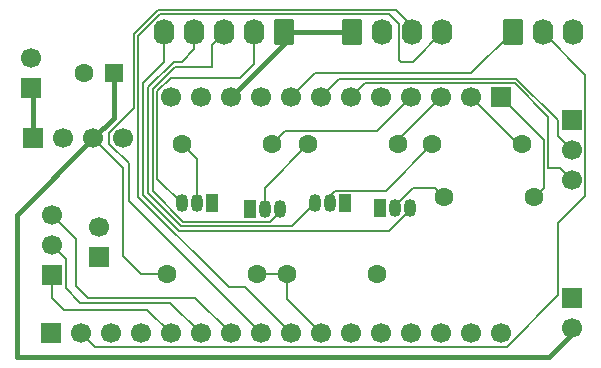
<source format=gbr>
%TF.GenerationSoftware,KiCad,Pcbnew,9.0.3-9.0.3-0~ubuntu24.04.1*%
%TF.CreationDate,2025-08-13T18:32:01-04:00*%
%TF.ProjectId,EngineControlModule_2025_08,456e6769-6e65-4436-9f6e-74726f6c4d6f,rev?*%
%TF.SameCoordinates,Original*%
%TF.FileFunction,Copper,L1,Top*%
%TF.FilePolarity,Positive*%
%FSLAX46Y46*%
G04 Gerber Fmt 4.6, Leading zero omitted, Abs format (unit mm)*
G04 Created by KiCad (PCBNEW 9.0.3-9.0.3-0~ubuntu24.04.1) date 2025-08-13 18:32:01*
%MOMM*%
%LPD*%
G01*
G04 APERTURE LIST*
G04 Aperture macros list*
%AMRoundRect*
0 Rectangle with rounded corners*
0 $1 Rounding radius*
0 $2 $3 $4 $5 $6 $7 $8 $9 X,Y pos of 4 corners*
0 Add a 4 corners polygon primitive as box body*
4,1,4,$2,$3,$4,$5,$6,$7,$8,$9,$2,$3,0*
0 Add four circle primitives for the rounded corners*
1,1,$1+$1,$2,$3*
1,1,$1+$1,$4,$5*
1,1,$1+$1,$6,$7*
1,1,$1+$1,$8,$9*
0 Add four rect primitives between the rounded corners*
20,1,$1+$1,$2,$3,$4,$5,0*
20,1,$1+$1,$4,$5,$6,$7,0*
20,1,$1+$1,$6,$7,$8,$9,0*
20,1,$1+$1,$8,$9,$2,$3,0*%
G04 Aperture macros list end*
%TA.AperFunction,ComponentPad*%
%ADD10C,1.600000*%
%TD*%
%TA.AperFunction,ComponentPad*%
%ADD11R,1.700000X1.700000*%
%TD*%
%TA.AperFunction,ComponentPad*%
%ADD12C,1.700000*%
%TD*%
%TA.AperFunction,ComponentPad*%
%ADD13RoundRect,0.250000X0.550000X0.550000X-0.550000X0.550000X-0.550000X-0.550000X0.550000X-0.550000X0*%
%TD*%
%TA.AperFunction,ComponentPad*%
%ADD14RoundRect,0.250000X-0.620000X-0.845000X0.620000X-0.845000X0.620000X0.845000X-0.620000X0.845000X0*%
%TD*%
%TA.AperFunction,ComponentPad*%
%ADD15O,1.740000X2.190000*%
%TD*%
%TA.AperFunction,ComponentPad*%
%ADD16R,1.050000X1.500000*%
%TD*%
%TA.AperFunction,ComponentPad*%
%ADD17O,1.050000X1.500000*%
%TD*%
%TA.AperFunction,ComponentPad*%
%ADD18RoundRect,0.250000X0.620000X0.845000X-0.620000X0.845000X-0.620000X-0.845000X0.620000X-0.845000X0*%
%TD*%
%TA.AperFunction,Conductor*%
%ADD19C,0.200000*%
%TD*%
%TA.AperFunction,Conductor*%
%ADD20C,0.400000*%
%TD*%
G04 APERTURE END LIST*
D10*
%TO.P,R4,2*%
%TO.N,Net-(J2-Pin_10)*%
X121810000Y-90000000D03*
%TO.P,R4,1*%
%TO.N,+12P*%
X114190000Y-90000000D03*
%TD*%
D11*
%TO.P,J1,1,Pin_1*%
%TO.N,/5V*%
X102880000Y-78500000D03*
D12*
%TO.P,J1,2,Pin_2*%
%TO.N,GND*%
X105420000Y-78500000D03*
%TO.P,J1,3,Pin_3*%
%TO.N,+12P*%
X107960000Y-78500000D03*
%TO.P,J1,4,Pin_4*%
%TO.N,unconnected-(J1-Pin_4-Pad4)*%
X110500000Y-78500000D03*
%TD*%
D11*
%TO.P,J10,1,Pin_1*%
%TO.N,GND*%
X108500000Y-88540000D03*
D12*
%TO.P,J10,2,Pin_2*%
X108500000Y-86000000D03*
%TD*%
D11*
%TO.P,J4,1,Pin_1*%
%TO.N,/A0*%
X104500000Y-90080000D03*
D12*
%TO.P,J4,2,Pin_2*%
%TO.N,/A1*%
X104500000Y-87540000D03*
%TO.P,J4,3,Pin_3*%
%TO.N,/A2*%
X104500000Y-85000000D03*
%TD*%
%TO.P,J6,3,Pin_3*%
%TO.N,/PWM*%
X148500000Y-82000000D03*
%TO.P,J6,2,Pin_2*%
%TO.N,/DIR*%
X148500000Y-79460000D03*
D11*
%TO.P,J6,1,Pin_1*%
%TO.N,GND*%
X148500000Y-76920000D03*
%TD*%
%TO.P,J9,1,Pin_1*%
%TO.N,/5V*%
X102750000Y-74250000D03*
D12*
%TO.P,J9,2,Pin_2*%
%TO.N,/5Volts*%
X102750000Y-71710000D03*
%TD*%
D11*
%TO.P,J8,1,Pin_1*%
%TO.N,unconnected-(J8-Pin_1-Pad1)*%
X148500000Y-92000000D03*
D12*
%TO.P,J8,2,Pin_2*%
%TO.N,+12P*%
X148500000Y-94540000D03*
%TD*%
D11*
%TO.P,J2,1,Pin_1*%
%TO.N,unconnected-(J2-Pin_1-Pad1)*%
X104400000Y-95000000D03*
D12*
%TO.P,J2,2,Pin_2*%
%TO.N,+3.3V*%
X106940000Y-95000000D03*
%TO.P,J2,3,Pin_3*%
%TO.N,unconnected-(J2-Pin_3-Pad3)*%
X109480000Y-95000000D03*
%TO.P,J2,4,Pin_4*%
%TO.N,GND*%
X112020000Y-95000000D03*
%TO.P,J2,5,Pin_5*%
%TO.N,/A0*%
X114560000Y-95000000D03*
%TO.P,J2,6,Pin_6*%
%TO.N,/A1*%
X117100000Y-95000000D03*
%TO.P,J2,7,Pin_7*%
%TO.N,/A2*%
X119640000Y-95000000D03*
%TO.P,J2,8,Pin_8*%
%TO.N,/A3*%
X122180000Y-95000000D03*
%TO.P,J2,9,Pin_9*%
%TO.N,/A4*%
X124720000Y-95000000D03*
%TO.P,J2,10,Pin_10*%
%TO.N,Net-(J2-Pin_10)*%
X127260000Y-95000000D03*
%TO.P,J2,11,Pin_11*%
%TO.N,unconnected-(J2-Pin_11-Pad11)*%
X129800000Y-95000000D03*
%TO.P,J2,12,Pin_12*%
%TO.N,unconnected-(J2-Pin_12-Pad12)*%
X132340000Y-95000000D03*
%TO.P,J2,13,Pin_13*%
%TO.N,unconnected-(J2-Pin_13-Pad13)*%
X134880000Y-95000000D03*
%TO.P,J2,14,Pin_14*%
%TO.N,unconnected-(J2-Pin_14-Pad14)*%
X137420000Y-95000000D03*
%TO.P,J2,15,Pin_15*%
%TO.N,unconnected-(J2-Pin_15-Pad15)*%
X139960000Y-95000000D03*
%TO.P,J2,16,Pin_16*%
%TO.N,unconnected-(J2-Pin_16-Pad16)*%
X142500000Y-95000000D03*
%TD*%
D11*
%TO.P,J5,1,Pin_1*%
%TO.N,Net-(J5-Pin_1)*%
X142500000Y-75000000D03*
D12*
%TO.P,J5,2,Pin_2*%
%TO.N,Net-(J5-Pin_2)*%
X139960000Y-75000000D03*
%TO.P,J5,3,Pin_3*%
%TO.N,Net-(J5-Pin_3)*%
X137420000Y-75000000D03*
%TO.P,J5,4,Pin_4*%
%TO.N,Net-(J5-Pin_4)*%
X134880000Y-75000000D03*
%TO.P,J5,5,Pin_5*%
%TO.N,unconnected-(J5-Pin_5-Pad5)*%
X132340000Y-75000000D03*
%TO.P,J5,6,Pin_6*%
%TO.N,/PWM*%
X129800000Y-75000000D03*
%TO.P,J5,7,Pin_7*%
%TO.N,/DIR*%
X127260000Y-75000000D03*
%TO.P,J5,8,Pin_8*%
%TO.N,/RPS*%
X124720000Y-75000000D03*
%TO.P,J5,9,Pin_9*%
%TO.N,unconnected-(J5-Pin_9-Pad9)*%
X122180000Y-75000000D03*
%TO.P,J5,10,Pin_10*%
%TO.N,/5Volts*%
X119640000Y-75000000D03*
%TO.P,J5,11,Pin_11*%
%TO.N,unconnected-(J5-Pin_11-Pad11)*%
X117100000Y-75000000D03*
%TO.P,J5,12,Pin_12*%
%TO.N,unconnected-(J5-Pin_12-Pad12)*%
X114560000Y-75000000D03*
%TD*%
D10*
%TO.P,R6,1*%
%TO.N,Net-(J5-Pin_1)*%
X145310000Y-83500000D03*
%TO.P,R6,2*%
%TO.N,Net-(Q4-B)*%
X137690000Y-83500000D03*
%TD*%
%TO.P,R1,1*%
%TO.N,Net-(J5-Pin_4)*%
X123120000Y-79000000D03*
%TO.P,R1,2*%
%TO.N,Net-(Q1-B)*%
X115500000Y-79000000D03*
%TD*%
%TO.P,R2,1*%
%TO.N,Net-(J5-Pin_3)*%
X133810000Y-79000000D03*
%TO.P,R2,2*%
%TO.N,Net-(Q2-B)*%
X126190000Y-79000000D03*
%TD*%
D13*
%TO.P,C1,1*%
%TO.N,+12P*%
X109705113Y-73000000D03*
D10*
%TO.P,C1,2*%
%TO.N,GND*%
X107205113Y-73000000D03*
%TD*%
D14*
%TO.P,J3,1,Pin_1*%
%TO.N,/5Volts*%
X129920000Y-69500000D03*
D15*
%TO.P,J3,2,Pin_2*%
%TO.N,GND*%
X132460000Y-69500000D03*
%TO.P,J3,3,Pin_3*%
%TO.N,/A3*%
X135000000Y-69500000D03*
%TO.P,J3,4,Pin_4*%
%TO.N,/A4*%
X137540000Y-69500000D03*
%TD*%
D14*
%TO.P,J7,1,Pin_1*%
%TO.N,/RPS*%
X143500000Y-69500000D03*
D15*
%TO.P,J7,2,Pin_2*%
%TO.N,+3.3V*%
X146040000Y-69500000D03*
%TO.P,J7,3,Pin_3*%
%TO.N,GND*%
X148580000Y-69500000D03*
%TD*%
D16*
%TO.P,Q2,1,E*%
%TO.N,GND*%
X121230000Y-84500000D03*
D17*
%TO.P,Q2,2,B*%
%TO.N,Net-(Q2-B)*%
X122500000Y-84500000D03*
%TO.P,Q2,3,C*%
%TO.N,/Ditchleft*%
X123770000Y-84500000D03*
%TD*%
D18*
%TO.P,J11,1,Pin_1*%
%TO.N,/5Volts*%
X124160000Y-69500000D03*
D15*
%TO.P,J11,2,Pin_2*%
%TO.N,/DitchRight*%
X121620000Y-69500000D03*
%TO.P,J11,3,Pin_3*%
%TO.N,/Ditchleft*%
X119080000Y-69500000D03*
%TO.P,J11,4,Pin_4*%
%TO.N,/Rearlight*%
X116540000Y-69500000D03*
%TO.P,J11,5,Pin_5*%
%TO.N,/Headlight*%
X114000000Y-69500000D03*
%TD*%
D10*
%TO.P,R3,1*%
%TO.N,Net-(J2-Pin_10)*%
X124380000Y-90000000D03*
%TO.P,R3,2*%
%TO.N,GND*%
X132000000Y-90000000D03*
%TD*%
D16*
%TO.P,Q1,1,E*%
%TO.N,GND*%
X118000000Y-84000000D03*
D17*
%TO.P,Q1,2,B*%
%TO.N,Net-(Q1-B)*%
X116730000Y-84000000D03*
%TO.P,Q1,3,C*%
%TO.N,/DitchRight*%
X115460000Y-84000000D03*
%TD*%
D10*
%TO.P,R5,1*%
%TO.N,Net-(J5-Pin_2)*%
X144310000Y-79000000D03*
%TO.P,R5,2*%
%TO.N,Net-(Q3-B)*%
X136690000Y-79000000D03*
%TD*%
D16*
%TO.P,Q3,1,E*%
%TO.N,GND*%
X129270000Y-84000000D03*
D17*
%TO.P,Q3,2,B*%
%TO.N,Net-(Q3-B)*%
X128000000Y-84000000D03*
%TO.P,Q3,3,C*%
%TO.N,/Rearlight*%
X126730000Y-84000000D03*
%TD*%
D16*
%TO.P,Q4,1,E*%
%TO.N,GND*%
X132230000Y-84360000D03*
D17*
%TO.P,Q4,2,B*%
%TO.N,Net-(Q4-B)*%
X133500000Y-84360000D03*
%TO.P,Q4,3,C*%
%TO.N,/Headlight*%
X134770000Y-84360000D03*
%TD*%
D19*
%TO.N,/DIR*%
X127260000Y-75000000D02*
X128812000Y-73448000D01*
X128812000Y-73448000D02*
X143817100Y-73448000D01*
X143817100Y-73448000D02*
X147349000Y-76979900D01*
X147349000Y-76979900D02*
X147349000Y-78309000D01*
X147349000Y-78309000D02*
X148500000Y-79460000D01*
%TO.N,/PWM*%
X146510999Y-76708999D02*
X146510999Y-81000000D01*
X143651000Y-73849000D02*
X146510999Y-76708999D01*
X130951000Y-73849000D02*
X143651000Y-73849000D01*
X129800000Y-75000000D02*
X130951000Y-73849000D01*
X146510999Y-81000000D02*
X147500000Y-81000000D01*
X147500000Y-81000000D02*
X148500000Y-82000000D01*
%TO.N,+3.3V*%
X106940000Y-95000000D02*
X108091000Y-96151000D01*
X149651000Y-83349000D02*
X149651000Y-73111000D01*
X108091000Y-96151000D02*
X142976760Y-96151000D01*
X142976760Y-96151000D02*
X147349000Y-91778760D01*
X147349000Y-91778760D02*
X147349000Y-85651000D01*
X147349000Y-85651000D02*
X149651000Y-83349000D01*
X149651000Y-73111000D02*
X146040000Y-69500000D01*
%TO.N,Net-(J5-Pin_2)*%
X139960000Y-75000000D02*
X143960000Y-79000000D01*
X143960000Y-79000000D02*
X144310000Y-79000000D01*
D20*
%TO.N,+12P*%
X146540000Y-97000000D02*
X101500000Y-97000000D01*
X148500000Y-95040000D02*
X146540000Y-97000000D01*
X101500000Y-97000000D02*
X101500000Y-84960000D01*
X101500000Y-84960000D02*
X107960000Y-78500000D01*
D19*
%TO.N,/A3*%
X122180000Y-95000000D02*
X110976760Y-83796760D01*
X109349000Y-78976760D02*
X109349000Y-78023240D01*
X110976760Y-83796760D02*
X110976760Y-80604520D01*
X113448856Y-67603000D02*
X133603000Y-67603000D01*
X135000000Y-69000000D02*
X135000000Y-69500000D01*
X110976760Y-80604520D02*
X109349000Y-78976760D01*
X109349000Y-78023240D02*
X111404000Y-75968240D01*
X111404000Y-75968240D02*
X111404000Y-69647856D01*
X111404000Y-69647856D02*
X113448856Y-67603000D01*
X133603000Y-67603000D02*
X135000000Y-69000000D01*
%TO.N,Net-(J2-Pin_10)*%
X124380000Y-90000000D02*
X124380000Y-92120000D01*
X124380000Y-92120000D02*
X127260000Y-95000000D01*
X121810000Y-90000000D02*
X124380000Y-90000000D01*
%TO.N,/A4*%
X133829000Y-71829000D02*
X134000000Y-72000000D01*
X133829000Y-68789956D02*
X133829000Y-71829000D01*
X135040000Y-72000000D02*
X137540000Y-69500000D01*
X113614956Y-68004000D02*
X133043044Y-68004000D01*
X111805000Y-69813956D02*
X113614956Y-68004000D01*
X119466560Y-91101000D02*
X111805000Y-83439440D01*
X120821000Y-91101000D02*
X119466560Y-91101000D01*
X133043044Y-68004000D02*
X133829000Y-68789956D01*
X111805000Y-83439440D02*
X111805000Y-69813956D01*
X124720000Y-95000000D02*
X120821000Y-91101000D01*
X134000000Y-72000000D02*
X135040000Y-72000000D01*
%TO.N,/RPS*%
X124720000Y-75000000D02*
X126720000Y-73000000D01*
X126720000Y-73000000D02*
X140000000Y-73000000D01*
X140000000Y-73000000D02*
X143500000Y-69500000D01*
%TO.N,/Headlight*%
X134770000Y-84360000D02*
X134770000Y-84585000D01*
X134770000Y-84585000D02*
X133002000Y-86353000D01*
X133002000Y-86353000D02*
X115285660Y-86353000D01*
X115285660Y-86353000D02*
X112206000Y-83273340D01*
X112206000Y-83273340D02*
X112206000Y-73794000D01*
X112206000Y-73794000D02*
X114000000Y-72000000D01*
X114000000Y-72000000D02*
X114000000Y-69500000D01*
%TO.N,/Rearlight*%
X114798040Y-72000000D02*
X115500000Y-72000000D01*
X112607000Y-74191040D02*
X114798040Y-72000000D01*
X112607000Y-83107240D02*
X112607000Y-74191040D01*
X115451760Y-85952000D02*
X112607000Y-83107240D01*
X124778000Y-85952000D02*
X115451760Y-85952000D01*
X126730000Y-84000000D02*
X124778000Y-85952000D01*
X115500000Y-72000000D02*
X116540000Y-70960000D01*
X116540000Y-70960000D02*
X116540000Y-69500000D01*
%TO.N,/Ditchleft*%
X114865140Y-72500000D02*
X118000000Y-72500000D01*
X113008000Y-74357140D02*
X114865140Y-72500000D01*
X113008000Y-82941140D02*
X113008000Y-74357140D01*
X115617860Y-85551000D02*
X113008000Y-82941140D01*
X122944000Y-85551000D02*
X115617860Y-85551000D01*
X123770000Y-84725000D02*
X122944000Y-85551000D01*
X123770000Y-84500000D02*
X123770000Y-84725000D01*
X118000000Y-72500000D02*
X118000000Y-70580000D01*
X118000000Y-70580000D02*
X119080000Y-69500000D01*
%TO.N,/DitchRight*%
X114537211Y-73395029D02*
X120395029Y-73395029D01*
X113409000Y-74523240D02*
X114537211Y-73395029D01*
X113409000Y-81949000D02*
X113409000Y-74523240D01*
X115460000Y-84000000D02*
X113409000Y-81949000D01*
X120395029Y-73395029D02*
X121620000Y-72170058D01*
X121620000Y-72170058D02*
X121620000Y-69500000D01*
%TO.N,+12P*%
X112000000Y-90000000D02*
X110500000Y-88500000D01*
X114190000Y-90000000D02*
X112000000Y-90000000D01*
X110500000Y-88500000D02*
X110500000Y-81040000D01*
X110500000Y-81040000D02*
X107960000Y-78500000D01*
%TO.N,/A1*%
X117100000Y-95000000D02*
X114501000Y-92401000D01*
X114501000Y-92401000D02*
X106901000Y-92401000D01*
X106901000Y-92401000D02*
X105651000Y-91151000D01*
X105651000Y-91151000D02*
X105651000Y-88691000D01*
X105651000Y-88691000D02*
X104500000Y-87540000D01*
%TO.N,/A2*%
X116640000Y-92000000D02*
X107500000Y-92000000D01*
X119640000Y-95000000D02*
X116640000Y-92000000D01*
X106500000Y-87000000D02*
X104500000Y-85000000D01*
X107500000Y-92000000D02*
X106500000Y-91000000D01*
X106500000Y-91000000D02*
X106500000Y-87000000D01*
%TO.N,/A0*%
X112560000Y-93000000D02*
X105500000Y-93000000D01*
X114560000Y-95000000D02*
X112560000Y-93000000D01*
X105500000Y-93000000D02*
X104500000Y-92000000D01*
X104500000Y-92000000D02*
X104500000Y-90080000D01*
D20*
%TO.N,+12P*%
X109705113Y-73000000D02*
X109705113Y-76754887D01*
X109705113Y-76754887D02*
X107960000Y-78500000D01*
%TO.N,/5V*%
X102880000Y-78500000D02*
X102880000Y-74380000D01*
D19*
X102880000Y-74380000D02*
X102750000Y-74250000D01*
%TO.N,Net-(Q3-B)*%
X136690000Y-79000000D02*
X132741000Y-82949000D01*
X132741000Y-82949000D02*
X128444000Y-82949000D01*
X128444000Y-82949000D02*
X128000000Y-83393000D01*
X128000000Y-83393000D02*
X128000000Y-84000000D01*
%TO.N,Net-(Q2-B)*%
X126190000Y-79000000D02*
X122500000Y-82690000D01*
X122500000Y-82690000D02*
X122500000Y-84500000D01*
%TO.N,Net-(Q1-B)*%
X115500000Y-79000000D02*
X116730000Y-80230000D01*
X116730000Y-80230000D02*
X116730000Y-84000000D01*
%TO.N,Net-(J5-Pin_4)*%
X134880000Y-75000000D02*
X131981000Y-77899000D01*
X131981000Y-77899000D02*
X124221000Y-77899000D01*
X124221000Y-77899000D02*
X123120000Y-79000000D01*
%TO.N,Net-(J5-Pin_3)*%
X137420000Y-75000000D02*
X133810000Y-78610000D01*
X133810000Y-78610000D02*
X133810000Y-79000000D01*
%TO.N,Net-(J5-Pin_1)*%
X142500000Y-75000000D02*
X146109999Y-78609999D01*
X146109999Y-78609999D02*
X146109999Y-82700001D01*
X146109999Y-82700001D02*
X145310000Y-83500000D01*
D20*
%TO.N,/5Volts*%
X124160000Y-69500000D02*
X129920000Y-69500000D01*
X119640000Y-75000000D02*
X124160000Y-70480000D01*
X124160000Y-70480000D02*
X124160000Y-69500000D01*
D19*
%TO.N,Net-(Q4-B)*%
X133500000Y-84236860D02*
X133500000Y-84360000D01*
X135036859Y-82700001D02*
X133500000Y-84236860D01*
X136890001Y-82700001D02*
X135036859Y-82700001D01*
X137690000Y-83500000D02*
X136890001Y-82700001D01*
%TD*%
M02*

</source>
